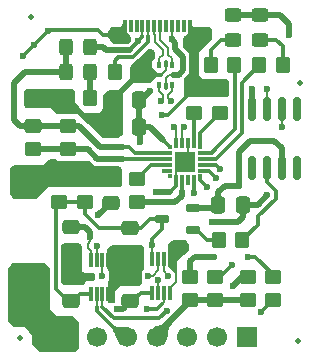
<source format=gbr>
%TF.GenerationSoftware,KiCad,Pcbnew,9.0.4*%
%TF.CreationDate,2025-09-03T14:58:50+05:30*%
%TF.ProjectId,usb-c serieal kicad,7573622d-6320-4736-9572-6965616c206b,rev?*%
%TF.SameCoordinates,Original*%
%TF.FileFunction,Copper,L1,Top*%
%TF.FilePolarity,Positive*%
%FSLAX46Y46*%
G04 Gerber Fmt 4.6, Leading zero omitted, Abs format (unit mm)*
G04 Created by KiCad (PCBNEW 9.0.4) date 2025-09-03 14:58:50*
%MOMM*%
%LPD*%
G01*
G04 APERTURE LIST*
G04 Aperture macros list*
%AMRoundRect*
0 Rectangle with rounded corners*
0 $1 Rounding radius*
0 $2 $3 $4 $5 $6 $7 $8 $9 X,Y pos of 4 corners*
0 Add a 4 corners polygon primitive as box body*
4,1,4,$2,$3,$4,$5,$6,$7,$8,$9,$2,$3,0*
0 Add four circle primitives for the rounded corners*
1,1,$1+$1,$2,$3*
1,1,$1+$1,$4,$5*
1,1,$1+$1,$6,$7*
1,1,$1+$1,$8,$9*
0 Add four rect primitives between the rounded corners*
20,1,$1+$1,$2,$3,$4,$5,0*
20,1,$1+$1,$4,$5,$6,$7,0*
20,1,$1+$1,$6,$7,$8,$9,0*
20,1,$1+$1,$8,$9,$2,$3,0*%
G04 Aperture macros list end*
%TA.AperFunction,Conductor*%
%ADD10C,0.200000*%
%TD*%
%TA.AperFunction,SMDPad,CuDef*%
%ADD11R,0.700000X1.150000*%
%TD*%
%TA.AperFunction,SMDPad,CuDef*%
%ADD12R,0.380000X1.000000*%
%TD*%
%TA.AperFunction,SMDPad,CuDef*%
%ADD13RoundRect,0.250000X0.450000X-0.325000X0.450000X0.325000X-0.450000X0.325000X-0.450000X-0.325000X0*%
%TD*%
%TA.AperFunction,SMDPad,CuDef*%
%ADD14RoundRect,0.250000X0.325000X0.450000X-0.325000X0.450000X-0.325000X-0.450000X0.325000X-0.450000X0*%
%TD*%
%TA.AperFunction,SMDPad,CuDef*%
%ADD15RoundRect,0.250000X-0.475000X0.337500X-0.475000X-0.337500X0.475000X-0.337500X0.475000X0.337500X0*%
%TD*%
%TA.AperFunction,SMDPad,CuDef*%
%ADD16RoundRect,0.250000X-0.450000X0.350000X-0.450000X-0.350000X0.450000X-0.350000X0.450000X0.350000X0*%
%TD*%
%TA.AperFunction,SMDPad,CuDef*%
%ADD17RoundRect,0.250000X0.475000X-0.337500X0.475000X0.337500X-0.475000X0.337500X-0.475000X-0.337500X0*%
%TD*%
%TA.AperFunction,SMDPad,CuDef*%
%ADD18C,0.500000*%
%TD*%
%TA.AperFunction,SMDPad,CuDef*%
%ADD19RoundRect,0.087500X0.087500X-0.537500X0.087500X0.537500X-0.087500X0.537500X-0.087500X-0.537500X0*%
%TD*%
%TA.AperFunction,SMDPad,CuDef*%
%ADD20RoundRect,0.250000X0.450000X-0.350000X0.450000X0.350000X-0.450000X0.350000X-0.450000X-0.350000X0*%
%TD*%
%TA.AperFunction,SMDPad,CuDef*%
%ADD21RoundRect,0.250000X-0.350000X-0.450000X0.350000X-0.450000X0.350000X0.450000X-0.350000X0.450000X0*%
%TD*%
%TA.AperFunction,SMDPad,CuDef*%
%ADD22RoundRect,0.250000X0.337500X0.475000X-0.337500X0.475000X-0.337500X-0.475000X0.337500X-0.475000X0*%
%TD*%
%TA.AperFunction,ComponentPad*%
%ADD23R,1.700000X1.700000*%
%TD*%
%TA.AperFunction,ComponentPad*%
%ADD24C,1.700000*%
%TD*%
%TA.AperFunction,SMDPad,CuDef*%
%ADD25RoundRect,0.250000X0.350000X0.450000X-0.350000X0.450000X-0.350000X-0.450000X0.350000X-0.450000X0*%
%TD*%
%TA.AperFunction,SMDPad,CuDef*%
%ADD26RoundRect,0.150000X-0.150000X0.825000X-0.150000X-0.825000X0.150000X-0.825000X0.150000X0.825000X0*%
%TD*%
%TA.AperFunction,SMDPad,CuDef*%
%ADD27RoundRect,0.250000X-0.337500X-0.475000X0.337500X-0.475000X0.337500X0.475000X-0.337500X0.475000X0*%
%TD*%
%TA.AperFunction,SMDPad,CuDef*%
%ADD28RoundRect,0.093750X-0.093750X0.156250X-0.093750X-0.156250X0.093750X-0.156250X0.093750X0.156250X0*%
%TD*%
%TA.AperFunction,SMDPad,CuDef*%
%ADD29RoundRect,0.075000X-0.075000X0.250000X-0.075000X-0.250000X0.075000X-0.250000X0.075000X0.250000X0*%
%TD*%
%TA.AperFunction,SMDPad,CuDef*%
%ADD30RoundRect,0.162500X0.447500X0.162500X-0.447500X0.162500X-0.447500X-0.162500X0.447500X-0.162500X0*%
%TD*%
%TA.AperFunction,SMDPad,CuDef*%
%ADD31R,0.300000X0.300000*%
%TD*%
%TA.AperFunction,SMDPad,CuDef*%
%ADD32R,0.300000X0.900000*%
%TD*%
%TA.AperFunction,SMDPad,CuDef*%
%ADD33R,0.900000X0.300000*%
%TD*%
%TA.AperFunction,SMDPad,CuDef*%
%ADD34R,1.800000X1.800000*%
%TD*%
%TA.AperFunction,ViaPad*%
%ADD35C,0.600000*%
%TD*%
%TA.AperFunction,Conductor*%
%ADD36C,0.500000*%
%TD*%
%TA.AperFunction,Conductor*%
%ADD37C,0.300000*%
%TD*%
G04 APERTURE END LIST*
D10*
%TO.N,GND*%
X136000000Y-139700000D02*
X136000000Y-140100000D01*
X135009664Y-141090336D01*
X135009664Y-142090336D01*
X135000000Y-142100000D01*
X134400000Y-141500000D01*
X134381040Y-141500000D01*
X134381040Y-139718960D01*
X134700000Y-139400000D01*
X135700000Y-139400000D01*
X136000000Y-139700000D01*
%TA.AperFunction,Conductor*%
G36*
X136000000Y-139700000D02*
G01*
X136000000Y-140100000D01*
X135009664Y-141090336D01*
X135009664Y-142090336D01*
X135000000Y-142100000D01*
X134400000Y-141500000D01*
X134381040Y-141500000D01*
X134381040Y-139718960D01*
X134700000Y-139400000D01*
X135700000Y-139400000D01*
X136000000Y-139700000D01*
G37*
%TD.AperFunction*%
X133100000Y-123400000D02*
X133100000Y-123900000D01*
X132900000Y-124100000D01*
X132900000Y-124700000D01*
X133400000Y-125200000D01*
X133400000Y-125300000D01*
X132786246Y-125913754D01*
X131313754Y-125913754D01*
X131200000Y-125800000D01*
X131200000Y-124667658D01*
X132667658Y-123200000D01*
X132900000Y-123200000D01*
X133100000Y-123400000D01*
%TA.AperFunction,Conductor*%
G36*
X133100000Y-123400000D02*
G01*
X133100000Y-123900000D01*
X132900000Y-124100000D01*
X132900000Y-124700000D01*
X133400000Y-125200000D01*
X133400000Y-125300000D01*
X132786246Y-125913754D01*
X131313754Y-125913754D01*
X131200000Y-125800000D01*
X131200000Y-124667658D01*
X132667658Y-123200000D01*
X132900000Y-123200000D01*
X133100000Y-123400000D01*
G37*
%TD.AperFunction*%
X132200000Y-140000000D02*
X132200000Y-141000000D01*
X132200000Y-141700000D01*
X132000000Y-141900000D01*
X132000000Y-142900000D01*
X131800000Y-143100000D01*
X130200000Y-143100000D01*
X129700000Y-143600000D01*
X129700000Y-144500000D01*
X129300000Y-144500000D01*
X129294400Y-144500000D01*
X129292307Y-142828591D01*
X129400000Y-142700000D01*
X129400000Y-142000000D01*
X129190891Y-141690891D01*
X129190891Y-140148554D01*
X129539445Y-139800000D01*
X132000000Y-139800000D01*
X132200000Y-140000000D01*
%TA.AperFunction,Conductor*%
G36*
X132200000Y-140000000D02*
G01*
X132200000Y-141000000D01*
X132200000Y-141700000D01*
X132000000Y-141900000D01*
X132000000Y-142900000D01*
X131800000Y-143100000D01*
X130200000Y-143100000D01*
X129700000Y-143600000D01*
X129700000Y-144500000D01*
X129300000Y-144500000D01*
X129294400Y-144500000D01*
X129292307Y-142828591D01*
X129400000Y-142700000D01*
X129400000Y-142000000D01*
X129190891Y-141690891D01*
X129190891Y-140148554D01*
X129539445Y-139800000D01*
X132000000Y-139800000D01*
X132200000Y-140000000D01*
G37*
%TD.AperFunction*%
X127154054Y-142161452D02*
X127924203Y-142161452D01*
X128012102Y-142249351D01*
X128012102Y-142609930D01*
X127914597Y-142707435D01*
X127392565Y-142707435D01*
X127100000Y-143000000D01*
X126700000Y-143000000D01*
X126700000Y-141882413D01*
X126875015Y-141882413D01*
X127154054Y-142161452D01*
%TA.AperFunction,Conductor*%
G36*
X127154054Y-142161452D02*
G01*
X127924203Y-142161452D01*
X128012102Y-142249351D01*
X128012102Y-142609930D01*
X127914597Y-142707435D01*
X127392565Y-142707435D01*
X127100000Y-143000000D01*
X126700000Y-143000000D01*
X126700000Y-141882413D01*
X126875015Y-141882413D01*
X127154054Y-142161452D01*
G37*
%TD.AperFunction*%
X136200000Y-121100000D02*
X136450000Y-121350000D01*
X137780000Y-121350000D01*
X137900000Y-121500000D01*
X137900000Y-122300000D01*
X136800000Y-123400000D01*
X136800000Y-125395168D01*
X137180049Y-125775217D01*
X139275217Y-125775217D01*
X139400000Y-125900000D01*
X139400000Y-127000000D01*
X139300000Y-127100000D01*
X135800000Y-127100000D01*
X135754275Y-127100000D01*
X135754275Y-125645725D01*
X136200000Y-125200000D01*
X136200000Y-123443742D01*
X135677942Y-122921684D01*
X135677942Y-122222058D01*
X136042130Y-121857870D01*
X136042130Y-120700000D01*
X136200000Y-120700000D01*
X136200000Y-121100000D01*
%TA.AperFunction,Conductor*%
G36*
X136200000Y-121100000D02*
G01*
X136450000Y-121350000D01*
X137780000Y-121350000D01*
X137900000Y-121500000D01*
X137900000Y-122300000D01*
X136800000Y-123400000D01*
X136800000Y-125395168D01*
X137180049Y-125775217D01*
X139275217Y-125775217D01*
X139400000Y-125900000D01*
X139400000Y-127000000D01*
X139300000Y-127100000D01*
X135800000Y-127100000D01*
X135754275Y-127100000D01*
X135754275Y-125645725D01*
X136200000Y-125200000D01*
X136200000Y-123443742D01*
X135677942Y-122921684D01*
X135677942Y-122222058D01*
X136042130Y-121857870D01*
X136042130Y-120700000D01*
X136200000Y-120700000D01*
X136200000Y-121100000D01*
G37*
%TD.AperFunction*%
X126300000Y-126700000D02*
X126300000Y-127700000D01*
X127200000Y-128600000D01*
X128500000Y-128600000D01*
X128900000Y-128200000D01*
X128900000Y-127100000D01*
X129300000Y-126700000D01*
X130400000Y-126700000D01*
X130400000Y-130300000D01*
X130100000Y-130600000D01*
X128800000Y-130600000D01*
X126700000Y-128500000D01*
X124900000Y-128500000D01*
X124402684Y-128002684D01*
X122284303Y-128002684D01*
X122155596Y-127873977D01*
X122155596Y-126744404D01*
X122300000Y-126600000D01*
X126200000Y-126600000D01*
X126300000Y-126700000D01*
%TA.AperFunction,Conductor*%
G36*
X126300000Y-126700000D02*
G01*
X126300000Y-127700000D01*
X127200000Y-128600000D01*
X128500000Y-128600000D01*
X128900000Y-128200000D01*
X128900000Y-127100000D01*
X129300000Y-126700000D01*
X130400000Y-126700000D01*
X130400000Y-130300000D01*
X130100000Y-130600000D01*
X128800000Y-130600000D01*
X126700000Y-128500000D01*
X124900000Y-128500000D01*
X124402684Y-128002684D01*
X122284303Y-128002684D01*
X122155596Y-127873977D01*
X122155596Y-126744404D01*
X122300000Y-126600000D01*
X126200000Y-126600000D01*
X126300000Y-126700000D01*
G37*
%TD.AperFunction*%
X130723543Y-121789466D02*
X130893060Y-121958983D01*
X130893059Y-121958983D01*
X131115242Y-122181166D01*
X131115242Y-122395537D01*
X130948862Y-122561917D01*
X129752830Y-122561917D01*
X129111340Y-121920427D01*
X129548823Y-121300000D01*
X130300000Y-121300000D01*
X130600000Y-121000000D01*
X130600000Y-120728618D01*
X130723543Y-120728618D01*
X130723543Y-121789466D01*
%TA.AperFunction,Conductor*%
G36*
X130723543Y-121789466D02*
G01*
X130893060Y-121958983D01*
X130893059Y-121958983D01*
X131115242Y-122181166D01*
X131115242Y-122395537D01*
X130948862Y-122561917D01*
X129752830Y-122561917D01*
X129111340Y-121920427D01*
X129548823Y-121300000D01*
X130300000Y-121300000D01*
X130600000Y-121000000D01*
X130600000Y-120728618D01*
X130723543Y-120728618D01*
X130723543Y-121789466D01*
G37*
%TD.AperFunction*%
X126900000Y-139800000D02*
X126900000Y-141400000D01*
X126900000Y-142800000D01*
X126700000Y-143000000D01*
X125500000Y-143000000D01*
X125300000Y-142800000D01*
X125300000Y-141000000D01*
X125300000Y-139800000D01*
X125500000Y-139600000D01*
X126700000Y-139600000D01*
X126900000Y-139800000D01*
%TA.AperFunction,Conductor*%
G36*
X126900000Y-139800000D02*
G01*
X126900000Y-141400000D01*
X126900000Y-142800000D01*
X126700000Y-143000000D01*
X125500000Y-143000000D01*
X125300000Y-142800000D01*
X125300000Y-141000000D01*
X125300000Y-139800000D01*
X125500000Y-139600000D01*
X126700000Y-139600000D01*
X126900000Y-139800000D01*
G37*
%TD.AperFunction*%
X124200000Y-141707063D02*
X124200000Y-145200000D01*
X124800000Y-145800000D01*
X126200000Y-145800000D01*
X126700000Y-146300000D01*
X126700000Y-148300000D01*
X126700000Y-148400000D01*
X126400000Y-148700000D01*
X123500000Y-148700000D01*
X122900000Y-148100000D01*
X122900000Y-147300000D01*
X122200000Y-146600000D01*
X121300000Y-146600000D01*
X120800000Y-146100000D01*
X120800000Y-141700000D01*
X121200000Y-141300000D01*
X123792937Y-141300000D01*
X124200000Y-141707063D01*
%TA.AperFunction,Conductor*%
G36*
X124200000Y-141707063D02*
G01*
X124200000Y-145200000D01*
X124800000Y-145800000D01*
X126200000Y-145800000D01*
X126700000Y-146300000D01*
X126700000Y-148300000D01*
X126700000Y-148400000D01*
X126400000Y-148700000D01*
X123500000Y-148700000D01*
X122900000Y-148100000D01*
X122900000Y-147300000D01*
X122200000Y-146600000D01*
X121300000Y-146600000D01*
X120800000Y-146100000D01*
X120800000Y-141700000D01*
X121200000Y-141300000D01*
X123792937Y-141300000D01*
X124200000Y-141707063D01*
G37*
%TD.AperFunction*%
X124900000Y-132700000D02*
X126700000Y-132700000D01*
X127600000Y-132700000D01*
X128000000Y-133100000D01*
X130100000Y-133100000D01*
X130300000Y-133300000D01*
X130300000Y-134600000D01*
X130200000Y-134700000D01*
X124100000Y-134700000D01*
X123100000Y-135700000D01*
X121300000Y-135700000D01*
X121000000Y-135400000D01*
X121000000Y-133400000D01*
X121000000Y-133300000D01*
X121300000Y-133000000D01*
X123800000Y-133000000D01*
X124300000Y-132500000D01*
X124700000Y-132500000D01*
X124900000Y-132700000D01*
%TA.AperFunction,Conductor*%
G36*
X124900000Y-132700000D02*
G01*
X126700000Y-132700000D01*
X127600000Y-132700000D01*
X128000000Y-133100000D01*
X130100000Y-133100000D01*
X130300000Y-133300000D01*
X130300000Y-134600000D01*
X130200000Y-134700000D01*
X124100000Y-134700000D01*
X123100000Y-135700000D01*
X121300000Y-135700000D01*
X121000000Y-135400000D01*
X121000000Y-133400000D01*
X121000000Y-133300000D01*
X121300000Y-133000000D01*
X123800000Y-133000000D01*
X124300000Y-132500000D01*
X124700000Y-132500000D01*
X124900000Y-132700000D01*
G37*
%TD.AperFunction*%
%TD*%
D11*
%TO.P,P1,S1,SHIELD*%
%TO.N,GND*%
X129967868Y-121967868D03*
D12*
%TO.P,P1,A12,GND*%
X136137868Y-121127868D03*
%TO.P,P1,A11,RX2+*%
%TO.N,unconnected-(P1-RX2+-PadA11)*%
X135637868Y-121127868D03*
%TO.P,P1,A10,RX2-*%
%TO.N,unconnected-(P1-RX2--PadA10)*%
X135137868Y-121127868D03*
%TO.P,P1,A9,VBUS*%
%TO.N,Net-(U1-VBUS)*%
X134637868Y-121127868D03*
%TO.P,P1,A8,SBU1*%
%TO.N,unconnected-(P1-SBU1-PadA8)*%
X134137868Y-121127868D03*
%TO.P,P1,A7,D-*%
%TO.N,/DM-*%
X133637868Y-121127868D03*
%TO.P,P1,A6,D+*%
%TO.N,/DP+*%
X133137868Y-121127868D03*
%TO.P,P1,A5,CC*%
%TO.N,Net-(P1-CC)*%
X132637868Y-121127868D03*
%TO.P,P1,A4,VBUS*%
%TO.N,Net-(U1-VBUS)*%
X132137868Y-121127868D03*
%TO.P,P1,A3,TX1-*%
%TO.N,unconnected-(P1-TX1--PadA3)*%
X131637868Y-121127868D03*
%TO.P,P1,A2,TX1+*%
%TO.N,unconnected-(P1-TX1+-PadA2)*%
X131137868Y-121127868D03*
%TO.P,P1,A1,GND*%
%TO.N,GND*%
X130637868Y-121127868D03*
%TD*%
D13*
%TO.P,LED2,1,K*%
%TO.N,Net-(LED2-K)*%
X139800000Y-122325000D03*
%TO.P,LED2,2,A*%
%TO.N,+3.3V*%
X139800000Y-120275000D03*
%TD*%
D14*
%TO.P,LED1,1,K*%
%TO.N,Net-(LED1-K)*%
X127725000Y-125100000D03*
%TO.P,LED1,2,A*%
%TO.N,+5V_USB*%
X125675000Y-125100000D03*
%TD*%
D15*
%TO.P,C2,1*%
%TO.N,+3.3V*%
X126100000Y-138162500D03*
%TO.P,C2,2*%
%TO.N,GND*%
X126100000Y-140237500D03*
%TD*%
D16*
%TO.P,R13,1*%
%TO.N,Net-(U5-VBUS)*%
X122900000Y-131600000D03*
%TO.P,R13,2*%
%TO.N,GND*%
X122900000Y-133600000D03*
%TD*%
D17*
%TO.P,C7,1*%
%TO.N,+5V_USB*%
X129500000Y-136165000D03*
%TO.P,C7,2*%
%TO.N,GND*%
X129500000Y-134090000D03*
%TD*%
D18*
%TO.P,FID3,*%
%TO.N,*%
X121800000Y-147600000D03*
%TD*%
D19*
%TO.P,U4,1,VCCA*%
%TO.N,+3.3V*%
X132950000Y-143730000D03*
%TO.P,U4,2,A1*%
%TO.N,/RX_3V3*%
X133450000Y-143730000D03*
%TO.P,U4,3,A2*%
%TO.N,/CTS_3V3*%
X133950000Y-143730000D03*
%TO.P,U4,4,GND*%
%TO.N,GND*%
X134450000Y-143730000D03*
%TO.P,U4,5,DIR*%
X134450000Y-140930000D03*
%TO.P,U4,6,B2*%
%TO.N,/CTS*%
X133950000Y-140930000D03*
%TO.P,U4,7,B1*%
%TO.N,/RX*%
X133450000Y-140930000D03*
%TO.P,U4,8,VCCB*%
%TO.N,Net-(T1-C)*%
X132950000Y-140930000D03*
%TD*%
D20*
%TO.P,R2,1*%
%TO.N,Net-(T1-C)*%
X143200000Y-144400000D03*
%TO.P,R2,2*%
%TO.N,Net-(U2-+IN)*%
X143200000Y-142400000D03*
%TD*%
%TO.P,R12,1*%
%TO.N,Net-(U5-VBUS)*%
X125800000Y-131600000D03*
%TO.P,R12,2*%
%TO.N,+5V_USB*%
X125800000Y-129600000D03*
%TD*%
D13*
%TO.P,LED3,1,K*%
%TO.N,Net-(LED3-K)*%
X142100000Y-122325000D03*
%TO.P,LED3,2,A*%
%TO.N,+3.3V*%
X142100000Y-120275000D03*
%TD*%
D21*
%TO.P,R10,1*%
%TO.N,Net-(LED2-K)*%
X137900000Y-124500000D03*
%TO.P,R10,2*%
%TO.N,/TX_LED*%
X139900000Y-124500000D03*
%TD*%
D22*
%TO.P,C8,1*%
%TO.N,+3.3V*%
X131837500Y-127400000D03*
%TO.P,C8,2*%
%TO.N,GND*%
X129762500Y-127400000D03*
%TD*%
D18*
%TO.P,FID4,*%
%TO.N,*%
X145300000Y-147800000D03*
%TD*%
D23*
%TO.P,J1,1*%
%TO.N,+5V_USB*%
X141012868Y-147500000D03*
D24*
%TO.P,J1,2*%
%TO.N,/CTS*%
X138472868Y-147500000D03*
%TO.P,J1,3*%
%TO.N,/RTS*%
X135932868Y-147500000D03*
%TO.P,J1,4*%
%TO.N,/VREF*%
X133392868Y-147500000D03*
%TO.P,J1,5*%
%TO.N,/TX*%
X130852868Y-147500000D03*
%TO.P,J1,6*%
%TO.N,/RX*%
X128312868Y-147500000D03*
%TO.P,J1,7*%
%TO.N,GND*%
X125772868Y-147500000D03*
%TD*%
D17*
%TO.P,C4,1*%
%TO.N,+3.3V*%
X131100000Y-144452500D03*
%TO.P,C4,2*%
%TO.N,GND*%
X131100000Y-142377500D03*
%TD*%
D20*
%TO.P,R16,1*%
%TO.N,Net-(U5-RS485{slash}GPIO1)*%
X138700000Y-128500000D03*
%TO.P,R16,2*%
%TO.N,GND*%
X138700000Y-126500000D03*
%TD*%
%TO.P,R15,1*%
%TO.N,Net-(U5-CLK{slash}GPIO0)*%
X136500000Y-128500000D03*
%TO.P,R15,2*%
%TO.N,GND*%
X136500000Y-126500000D03*
%TD*%
D17*
%TO.P,C6,1*%
%TO.N,+5V_USB*%
X122900000Y-129600000D03*
%TO.P,C6,2*%
%TO.N,GND*%
X122900000Y-127512500D03*
%TD*%
D14*
%TO.P,L1,1,1*%
%TO.N,Net-(U1-VBUS)*%
X127725000Y-122902531D03*
%TO.P,L1,2,2*%
%TO.N,+5V_USB*%
X125675000Y-122902531D03*
%TD*%
D16*
%TO.P,R14,1*%
%TO.N,Net-(U5-~{RST})*%
X131700000Y-134097500D03*
%TO.P,R14,2*%
%TO.N,+3.3V*%
X131700000Y-136097500D03*
%TD*%
D25*
%TO.P,R3,1*%
%TO.N,Net-(U2-VOUT)*%
X140600000Y-139300000D03*
%TO.P,R3,2*%
%TO.N,Net-(T1-B)*%
X138600000Y-139300000D03*
%TD*%
D26*
%TO.P,U2,1,nc*%
%TO.N,unconnected-(U2-nc-Pad1)*%
X145205000Y-128225000D03*
%TO.P,U2,2,-IN*%
%TO.N,Net-(U2--IN)*%
X143935000Y-128225000D03*
%TO.P,U2,3,+IN*%
%TO.N,Net-(U2-+IN)*%
X142665000Y-128225000D03*
%TO.P,U2,4,GND*%
%TO.N,GND*%
X141395000Y-128225000D03*
%TO.P,U2,5,nc*%
%TO.N,unconnected-(U2-nc-Pad5)*%
X141395000Y-133175000D03*
%TO.P,U2,6,VOUT*%
%TO.N,Net-(U2-VOUT)*%
X142665000Y-133175000D03*
%TO.P,U2,7,V+*%
%TO.N,+5V_USB*%
X143935000Y-133175000D03*
%TO.P,U2,8,nc*%
%TO.N,unconnected-(U2-nc-Pad8)*%
X145205000Y-133175000D03*
%TD*%
D20*
%TO.P,R5,1*%
%TO.N,/VREF*%
X141100000Y-144400000D03*
%TO.P,R5,2*%
%TO.N,+3.3V*%
X141100000Y-142400000D03*
%TD*%
D22*
%TO.P,C9,1*%
%TO.N,+3.3V*%
X131837500Y-129700000D03*
%TO.P,C9,2*%
%TO.N,GND*%
X129762500Y-129700000D03*
%TD*%
D20*
%TO.P,R8,1*%
%TO.N,Net-(T1-C)*%
X127300000Y-136097500D03*
%TO.P,R8,2*%
%TO.N,GND*%
X127300000Y-134097500D03*
%TD*%
D15*
%TO.P,C5,1*%
%TO.N,Net-(T1-C)*%
X131100000Y-138262500D03*
%TO.P,C5,2*%
%TO.N,GND*%
X131100000Y-140337500D03*
%TD*%
D18*
%TO.P,FID2,*%
%TO.N,*%
X145500000Y-126000000D03*
%TD*%
D19*
%TO.P,U3,1,VCCA*%
%TO.N,Net-(T1-C)*%
X127750000Y-143815000D03*
%TO.P,U3,2,A1*%
%TO.N,/TX*%
X128250000Y-143815000D03*
%TO.P,U3,3,A2*%
%TO.N,/RTS*%
X128750000Y-143815000D03*
%TO.P,U3,4,GND*%
%TO.N,GND*%
X129250000Y-143815000D03*
%TO.P,U3,5,DIR*%
X129250000Y-141015000D03*
%TO.P,U3,6,B2*%
%TO.N,/RTS_3V3*%
X128750000Y-141015000D03*
%TO.P,U3,7,B1*%
%TO.N,/TX_3V3*%
X128250000Y-141015000D03*
%TO.P,U3,8,VCCB*%
%TO.N,+3.3V*%
X127750000Y-141015000D03*
%TD*%
D27*
%TO.P,C1,1*%
%TO.N,+5V_USB*%
X138562500Y-136300000D03*
%TO.P,C1,2*%
%TO.N,GND*%
X140637500Y-136300000D03*
%TD*%
D28*
%TO.P,U1,1,I/O1*%
%TO.N,/DM-*%
X134637500Y-124450000D03*
D29*
%TO.P,U1,2,GND*%
%TO.N,GND*%
X134100000Y-124375000D03*
D28*
%TO.P,U1,3,I/O2*%
%TO.N,/DP+*%
X133562500Y-124450000D03*
%TO.P,U1,4,I/O2*%
%TO.N,/D+*%
X133562500Y-126150000D03*
D29*
%TO.P,U1,5,VBUS*%
%TO.N,Net-(U1-VBUS)*%
X134100000Y-126225000D03*
D28*
%TO.P,U1,6,I/O1*%
%TO.N,/D-*%
X134637500Y-126150000D03*
%TD*%
D25*
%TO.P,R11,1*%
%TO.N,Net-(LED3-K)*%
X144000000Y-124500000D03*
%TO.P,R11,2*%
%TO.N,/RX_LED*%
X142000000Y-124500000D03*
%TD*%
D20*
%TO.P,R7,1*%
%TO.N,/VREF*%
X136200000Y-144400000D03*
%TO.P,R7,2*%
%TO.N,+5V_USB*%
X136200000Y-142400000D03*
%TD*%
%TO.P,R4,1*%
%TO.N,/VREF*%
X138300000Y-144400000D03*
%TO.P,R4,2*%
%TO.N,Net-(U2--IN)*%
X138300000Y-142400000D03*
%TD*%
%TO.P,R6,1*%
%TO.N,Net-(T1-C)*%
X125100000Y-136097500D03*
%TO.P,R6,2*%
%TO.N,GND*%
X125100000Y-134097500D03*
%TD*%
D18*
%TO.P,FID1,*%
%TO.N,*%
X122700000Y-120400000D03*
%TD*%
D30*
%TO.P,T1,1,B*%
%TO.N,Net-(T1-B)*%
X136410000Y-138450000D03*
%TO.P,T1,2,E*%
%TO.N,+5V_USB*%
X136410000Y-136550000D03*
%TO.P,T1,3,C*%
%TO.N,Net-(T1-C)*%
X133790000Y-137500000D03*
%TD*%
D17*
%TO.P,C3,1*%
%TO.N,Net-(T1-C)*%
X126100000Y-144437500D03*
%TO.P,C3,2*%
%TO.N,GND*%
X126100000Y-142362500D03*
%TD*%
D25*
%TO.P,R9,1*%
%TO.N,Net-(LED1-K)*%
X127700000Y-127300000D03*
%TO.P,R9,2*%
%TO.N,GND*%
X125700000Y-127300000D03*
%TD*%
D31*
%TO.P,U5,1,RS485/GPIO1*%
%TO.N,Net-(U5-RS485{slash}GPIO1)*%
X137000000Y-131400000D03*
D32*
%TO.P,U5,2,CLK/GPIO0*%
%TO.N,Net-(U5-CLK{slash}GPIO0)*%
X136500000Y-131100000D03*
%TO.P,U5,3,GND*%
%TO.N,GND*%
X136000000Y-131100000D03*
%TO.P,U5,4,D+*%
%TO.N,/D+*%
X135500000Y-131100000D03*
%TO.P,U5,5,D-*%
%TO.N,/D-*%
X135000000Y-131100000D03*
D31*
%TO.P,U5,6,VDD*%
%TO.N,+3.3V*%
X134500000Y-131400000D03*
D33*
%TO.P,U5,7,VREGIN*%
%TO.N,+5V_USB*%
X134200000Y-131900000D03*
%TO.P,U5,8,VBUS*%
%TO.N,Net-(U5-VBUS)*%
X134200000Y-132400000D03*
%TO.P,U5,9,~{RST}*%
%TO.N,Net-(U5-~{RST})*%
X134200000Y-132900000D03*
%TO.P,U5,10,NC*%
%TO.N,unconnected-(U5-NC-Pad10)*%
X134200000Y-133400000D03*
D31*
%TO.P,U5,11,~{SUSPEND}*%
%TO.N,unconnected-(U5-~{SUSPEND}-Pad11)*%
X134500000Y-133900000D03*
D32*
%TO.P,U5,12,GND*%
%TO.N,GND*%
X135000000Y-134200000D03*
%TO.P,U5,13,~{WAKEUP}*%
%TO.N,+3.3V*%
X135500000Y-134200000D03*
%TO.P,U5,14,SUSPEND*%
%TO.N,unconnected-(U5-SUSPEND-Pad14)*%
X136000000Y-134200000D03*
%TO.P,U5,15,~{CTS}*%
%TO.N,/CTS_3V3*%
X136500000Y-134200000D03*
D31*
%TO.P,U5,16,~{RTS}*%
%TO.N,/RTS_3V3*%
X137000000Y-133900000D03*
D33*
%TO.P,U5,17,RXD*%
%TO.N,/RX_3V3*%
X137300000Y-133400000D03*
%TO.P,U5,18,TXD*%
%TO.N,/TX_3V3*%
X137300000Y-132900000D03*
%TO.P,U5,19,~{RXT}/GPIO3*%
%TO.N,/RX_LED*%
X137300000Y-132400000D03*
%TO.P,U5,20,~{TXT}/GPIO2*%
%TO.N,/TX_LED*%
X137300000Y-131900000D03*
D34*
%TO.P,U5,21,GND*%
%TO.N,GND*%
X135750000Y-132650000D03*
%TD*%
D25*
%TO.P,R1,1*%
%TO.N,GND*%
X131800000Y-125100000D03*
%TO.P,R1,2*%
%TO.N,Net-(P1-CC)*%
X129800000Y-125100000D03*
%TD*%
D35*
%TO.N,+5V_USB*%
X138200000Y-140700000D03*
X140300000Y-134700000D03*
X128400000Y-137200000D03*
X124300000Y-129600000D03*
%TO.N,GND*%
X123400000Y-146200000D03*
X133300000Y-135200000D03*
X128300000Y-129200000D03*
X127200000Y-132900000D03*
X130900000Y-122300000D03*
X123700000Y-144600000D03*
X122950000Y-122750000D03*
X135900000Y-122500000D03*
X130200000Y-141400000D03*
X124500000Y-132900000D03*
X135400000Y-139800000D03*
X138000000Y-137800000D03*
X124150000Y-121550000D03*
X142700000Y-135500000D03*
X127800000Y-142500000D03*
X124400000Y-127400000D03*
X122900000Y-135000000D03*
X141400000Y-126500000D03*
X122000000Y-123700000D03*
X126100000Y-141300000D03*
X136500000Y-125100000D03*
X132700000Y-123600000D03*
X133800000Y-128700000D03*
%TO.N,+3.3V*%
X144500000Y-121900000D03*
X139800000Y-143200000D03*
X133100000Y-136100000D03*
X131900000Y-131000000D03*
X132753903Y-126695167D03*
X130000000Y-145100000D03*
X127700000Y-139000000D03*
%TO.N,Net-(T1-C)*%
X142200000Y-145400000D03*
X132942007Y-139700000D03*
%TO.N,/CTS*%
X134300000Y-142300000D03*
%TO.N,/RX*%
X132600000Y-142300000D03*
%TO.N,/RTS*%
X134200000Y-145300000D03*
%TO.N,Net-(U1-VBUS)*%
X131771019Y-122471019D03*
X134637868Y-122300000D03*
%TO.N,/D-*%
X134825000Y-129752617D03*
X134525000Y-127500000D03*
%TO.N,/D+*%
X133675000Y-127500000D03*
X135675000Y-129752617D03*
%TO.N,Net-(U2-+IN)*%
X142700000Y-126500000D03*
X141100000Y-140700000D03*
%TO.N,Net-(U2--IN)*%
X143933178Y-129700000D03*
X139700000Y-141400000D03*
%TO.N,/TX_3V3*%
X128250000Y-139800000D03*
X138710037Y-133262520D03*
%TO.N,/RTS_3V3*%
X128735130Y-142302045D03*
X137600000Y-134800000D03*
%TO.N,/CTS_3V3*%
X132500000Y-145100000D03*
X136500000Y-135300000D03*
%TO.N,/RX_3V3*%
X133450227Y-142700000D03*
X138400000Y-134000000D03*
%TD*%
D36*
%TO.N,+5V_USB*%
X129500000Y-136165000D02*
X129435000Y-136165000D01*
X143935000Y-131535000D02*
X143935000Y-133175000D01*
D37*
X130983643Y-131400000D02*
X131483643Y-131900000D01*
D36*
X126744516Y-129600000D02*
X124300000Y-129600000D01*
X138200000Y-140700000D02*
X136600000Y-140700000D01*
X138312500Y-136550000D02*
X138562500Y-136300000D01*
X143300000Y-130900000D02*
X143935000Y-131535000D01*
X124300000Y-129600000D02*
X122912500Y-129600000D01*
X121800000Y-129600000D02*
X121300000Y-129100000D01*
X138562500Y-135237500D02*
X138562500Y-136300000D01*
X128544516Y-131400000D02*
X126744516Y-129600000D01*
X121300000Y-126000000D02*
X122200000Y-125100000D01*
X140300000Y-134700000D02*
X140300000Y-131820074D01*
X140300000Y-131820074D02*
X141220074Y-130900000D01*
X122912500Y-129600000D02*
X122900000Y-129587500D01*
X136600000Y-140700000D02*
X136200000Y-141100000D01*
X136200000Y-141100000D02*
X136200000Y-142400000D01*
D37*
X131483643Y-131900000D02*
X134200000Y-131900000D01*
D36*
X122200000Y-125100000D02*
X125675000Y-125100000D01*
X125675000Y-125100000D02*
X125675000Y-122902531D01*
D37*
X130500000Y-131400000D02*
X130983643Y-131400000D01*
D36*
X139100000Y-134700000D02*
X138562500Y-135237500D01*
X141220074Y-130900000D02*
X143300000Y-130900000D01*
X130500000Y-131400000D02*
X128544516Y-131400000D01*
X121300000Y-129100000D02*
X121300000Y-126000000D01*
X140300000Y-134700000D02*
X139100000Y-134700000D01*
X124300000Y-129600000D02*
X121800000Y-129600000D01*
X129435000Y-136165000D02*
X128400000Y-137200000D01*
X136410000Y-136550000D02*
X138312500Y-136550000D01*
D37*
%TO.N,GND*%
X124164186Y-121535814D02*
X124150000Y-121550000D01*
D10*
X134450000Y-143730000D02*
X134426000Y-143706000D01*
D36*
X141900000Y-136300000D02*
X140637500Y-136300000D01*
D10*
X134426000Y-143354049D02*
X134964807Y-142815242D01*
D37*
X128832017Y-121967868D02*
X128832017Y-121967831D01*
D36*
X129762500Y-127400000D02*
X129762500Y-129700000D01*
D37*
X133800000Y-128700000D02*
X134276207Y-128700000D01*
D36*
X129762500Y-127400000D02*
X129762500Y-127291030D01*
D37*
X134500000Y-135200000D02*
X135000000Y-134700000D01*
D10*
X134964807Y-141939404D02*
X134450000Y-141424597D01*
D37*
X133700000Y-125300000D02*
X133100000Y-125300000D01*
D36*
X129762500Y-127291030D02*
X131800000Y-125253530D01*
D37*
X134276207Y-128700000D02*
X136476207Y-126500000D01*
X122950000Y-122750000D02*
X122000000Y-123700000D01*
D36*
X132900000Y-125100000D02*
X131800000Y-125100000D01*
X142700000Y-135500000D02*
X141900000Y-136300000D01*
D10*
X130900000Y-122300000D02*
X130300000Y-122300000D01*
D36*
X133300000Y-135200000D02*
X134500000Y-135200000D01*
X129500000Y-134090000D02*
X123390000Y-134090000D01*
D10*
X135000000Y-134200000D02*
X135000000Y-133400000D01*
D37*
X135000000Y-134700000D02*
X135000000Y-134200000D01*
D10*
X134100000Y-124900000D02*
X133700000Y-125300000D01*
D36*
X141395000Y-126505000D02*
X141400000Y-126500000D01*
D10*
X135700000Y-122500000D02*
X136137868Y-122062132D01*
X136137868Y-122062132D02*
X136137868Y-121456499D01*
D36*
X131800000Y-125253530D02*
X131800000Y-125100000D01*
D37*
X129967868Y-121967868D02*
X128832017Y-121967868D01*
D36*
X140200000Y-137800000D02*
X138000000Y-137800000D01*
D10*
X134100000Y-124375000D02*
X134100000Y-124900000D01*
D36*
X140637500Y-137362500D02*
X140200000Y-137800000D01*
X141395000Y-128225000D02*
X141395000Y-126505000D01*
D37*
X128400000Y-121535814D02*
X128000000Y-121535814D01*
X128832017Y-121967831D02*
X128400000Y-121535814D01*
D10*
X136000000Y-132400000D02*
X135750000Y-132650000D01*
D36*
X133100000Y-125300000D02*
X132900000Y-125100000D01*
D37*
X124150000Y-121550000D02*
X122950000Y-122750000D01*
D10*
X134964807Y-142815242D02*
X134964807Y-141939404D01*
D36*
X140637500Y-136300000D02*
X140637500Y-137362500D01*
X123390000Y-134090000D02*
X122900000Y-133600000D01*
D10*
X130300000Y-122300000D02*
X129967868Y-121967868D01*
X136000000Y-131100000D02*
X136000000Y-132400000D01*
X134426000Y-143706000D02*
X134426000Y-143354049D01*
X134450000Y-141424597D02*
X134450000Y-140930000D01*
D37*
X136476207Y-126500000D02*
X136500000Y-126500000D01*
D10*
X135000000Y-133400000D02*
X135750000Y-132650000D01*
D37*
X128400000Y-121535814D02*
X124164186Y-121535814D01*
D36*
%TO.N,+3.3V*%
X127262500Y-138162500D02*
X126100000Y-138162500D01*
X135500000Y-135525929D02*
X134928429Y-136097500D01*
D37*
X131100000Y-144452500D02*
X131283001Y-144452500D01*
D36*
X131900000Y-131000000D02*
X131900000Y-129762500D01*
X130000000Y-145100000D02*
X130452500Y-145100000D01*
X134928429Y-136097500D02*
X131700000Y-136097500D01*
X130452500Y-145100000D02*
X131100000Y-144452500D01*
D37*
X135500000Y-134200000D02*
X135500000Y-135100000D01*
D36*
X143775000Y-120275000D02*
X144500000Y-121000000D01*
D10*
X127750000Y-140250000D02*
X127492379Y-139992379D01*
D36*
X135500000Y-135100000D02*
X135500000Y-135525929D01*
D10*
X127492379Y-139992379D02*
X127492379Y-139613568D01*
D36*
X131837500Y-127400000D02*
X132049070Y-127400000D01*
X132049070Y-127400000D02*
X132753903Y-126695167D01*
X132800000Y-129700000D02*
X133900000Y-130800000D01*
X140600000Y-142400000D02*
X141100000Y-142400000D01*
X127700000Y-139000000D02*
X127700000Y-138600000D01*
X127700000Y-138600000D02*
X127262500Y-138162500D01*
X131900000Y-129762500D02*
X131837500Y-129700000D01*
X144500000Y-121000000D02*
X144500000Y-121900000D01*
X142100000Y-120275000D02*
X143775000Y-120275000D01*
D10*
X127700000Y-139405947D02*
X127700000Y-139000000D01*
D36*
X139800000Y-143200000D02*
X140600000Y-142400000D01*
D37*
X131283001Y-144452500D02*
X132005501Y-143730000D01*
D10*
X127750000Y-141015000D02*
X127750000Y-140250000D01*
D36*
X139800000Y-120275000D02*
X142100000Y-120275000D01*
X131837500Y-129700000D02*
X132800000Y-129700000D01*
D10*
X127492379Y-139613568D02*
X127700000Y-139405947D01*
D37*
X133900000Y-130800000D02*
X134500000Y-131400000D01*
X132005501Y-143730000D02*
X132924000Y-143730000D01*
D36*
X131837500Y-129700000D02*
X131837500Y-127400000D01*
D37*
%TO.N,Net-(T1-C)*%
X128462500Y-138262500D02*
X127300000Y-137100000D01*
X132037500Y-138262500D02*
X131100000Y-138262500D01*
X126262500Y-144437500D02*
X126885000Y-143815000D01*
X131100000Y-138262500D02*
X128462500Y-138262500D01*
X126885000Y-143815000D02*
X127724000Y-143815000D01*
X133790000Y-137500000D02*
X133790000Y-138310000D01*
X132942007Y-139700000D02*
X132942007Y-139758364D01*
X126000000Y-144437500D02*
X126262500Y-144437500D01*
X132800000Y-137500000D02*
X132037500Y-138262500D01*
X133790000Y-137500000D02*
X132800000Y-137500000D01*
X127300000Y-136097500D02*
X125100000Y-136097500D01*
X132942007Y-139157993D02*
X132942007Y-139700000D01*
X125833596Y-144437500D02*
X124800000Y-143403904D01*
D10*
X132950000Y-139766357D02*
X132942007Y-139758364D01*
D37*
X124800000Y-136397500D02*
X125100000Y-136097500D01*
X127300000Y-137100000D02*
X127300000Y-136097500D01*
X126000000Y-144437500D02*
X125833596Y-144437500D01*
X124800000Y-143403904D02*
X124800000Y-136397500D01*
X142200000Y-145400000D02*
X143200000Y-144400000D01*
X133790000Y-138310000D02*
X132942007Y-139157993D01*
D10*
X132950000Y-140930000D02*
X132950000Y-139766357D01*
%TO.N,/CTS*%
X133950000Y-141950000D02*
X133950000Y-140930000D01*
X134300000Y-142300000D02*
X133950000Y-141950000D01*
D36*
%TO.N,/VREF*%
X136200000Y-144400000D02*
X136200000Y-144471654D01*
X133392868Y-147278786D02*
X133392868Y-147500000D01*
X136200000Y-144400000D02*
X140866667Y-144400000D01*
X136200000Y-144471654D02*
X133392868Y-147278786D01*
D10*
%TO.N,/RX*%
X133450000Y-140930000D02*
X133450000Y-141850000D01*
X133000000Y-142300000D02*
X132600000Y-142300000D01*
X133450000Y-141850000D02*
X133000000Y-142300000D01*
%TO.N,/RTS*%
X128750000Y-144950000D02*
X128750000Y-143815000D01*
D37*
X129723791Y-145923791D02*
X128750000Y-144950000D01*
X133576209Y-145923791D02*
X129723791Y-145923791D01*
X134200000Y-145300000D02*
X133576209Y-145923791D01*
D10*
%TO.N,/TX*%
X128250000Y-143815000D02*
X128250000Y-144950000D01*
D37*
X130493494Y-147500000D02*
X130800000Y-147500000D01*
X128250000Y-144950000D02*
X128250000Y-145256506D01*
D10*
X130800000Y-147500000D02*
X130852868Y-147500000D01*
D37*
X128250000Y-145256506D02*
X130493494Y-147500000D01*
D36*
%TO.N,Net-(U1-VBUS)*%
X135600000Y-124913010D02*
X135600000Y-123800000D01*
D37*
X132137868Y-122104169D02*
X132137868Y-121978868D01*
D36*
X134925625Y-123125625D02*
X134925625Y-122587757D01*
D10*
X134100000Y-125600000D02*
X134376209Y-125323791D01*
D36*
X129063697Y-123163697D02*
X131078340Y-123163697D01*
D10*
X134376209Y-125323791D02*
X134695166Y-125323791D01*
D37*
X131078340Y-123163697D02*
X131771019Y-122471019D01*
D36*
X135600000Y-123800000D02*
X134925625Y-123125625D01*
X135189219Y-125323791D02*
X135600000Y-124913010D01*
D10*
X134100000Y-126225000D02*
X134100000Y-125600000D01*
X134637868Y-121127868D02*
X134637868Y-122300000D01*
D36*
X128802531Y-122902531D02*
X129063697Y-123163697D01*
X134695166Y-125323791D02*
X135189219Y-125323791D01*
X127725000Y-122902531D02*
X128802531Y-122902531D01*
X134925625Y-122587757D02*
X134637868Y-122300000D01*
D37*
X131771019Y-122471019D02*
X132137868Y-122104169D01*
D10*
X132137868Y-121127868D02*
X132137868Y-121978868D01*
D37*
%TO.N,Net-(P1-CC)*%
X129800000Y-124100000D02*
X130074208Y-123825792D01*
X129800000Y-125100000D02*
X129800000Y-124100000D01*
X130074208Y-123825792D02*
X131362095Y-123825792D01*
D10*
X132637868Y-121999000D02*
X132638868Y-122000000D01*
X132637868Y-121127868D02*
X132637868Y-121999000D01*
D37*
X131362095Y-123825792D02*
X132638868Y-122549019D01*
X132638868Y-122549019D02*
X132638868Y-122000000D01*
D10*
%TO.N,/D-*%
X134637500Y-126150000D02*
X134637500Y-126662500D01*
X134500000Y-126800000D02*
X134325001Y-126974999D01*
X134325001Y-127300001D02*
X134525000Y-127500000D01*
X135000000Y-129927617D02*
X134825000Y-129752617D01*
X135000000Y-131100000D02*
X135000000Y-129927617D01*
X134637500Y-126662500D02*
X134500000Y-126800000D01*
X134325001Y-126974999D02*
X134325001Y-127300001D01*
%TO.N,/D+*%
X133874999Y-127300001D02*
X133675000Y-127500000D01*
X133562500Y-126150000D02*
X133562500Y-126682699D01*
X133874999Y-126995198D02*
X133874999Y-127300001D01*
X135500000Y-129927617D02*
X135675000Y-129752617D01*
X133562500Y-126682699D02*
X133874999Y-126995198D01*
X135500000Y-131100000D02*
X135500000Y-129927617D01*
D37*
%TO.N,Net-(U2-+IN)*%
X143200000Y-142200000D02*
X143200000Y-142400000D01*
X141100000Y-140700000D02*
X141700000Y-140700000D01*
D10*
X142665000Y-126535000D02*
X142700000Y-126500000D01*
D37*
X141700000Y-140700000D02*
X143200000Y-142200000D01*
D10*
X142665000Y-128225000D02*
X142665000Y-126535000D01*
D37*
%TO.N,Net-(T1-B)*%
X136410000Y-138450000D02*
X136726208Y-138450000D01*
X137576208Y-139300000D02*
X138600000Y-139300000D01*
X136726208Y-138450000D02*
X137576208Y-139300000D01*
%TO.N,Net-(U2-VOUT)*%
X143400000Y-135792100D02*
X141908364Y-137283736D01*
X141908364Y-137283736D02*
X141908364Y-137991636D01*
X141908364Y-137991636D02*
X140600000Y-139300000D01*
X142665000Y-134371877D02*
X143400000Y-135106877D01*
X143400000Y-135106877D02*
X143400000Y-135792100D01*
X142665000Y-133175000D02*
X142665000Y-134371877D01*
%TO.N,Net-(U2--IN)*%
X138700000Y-142400000D02*
X138300000Y-142400000D01*
X139700000Y-141400000D02*
X138700000Y-142400000D01*
D10*
X143933178Y-129700000D02*
X143933178Y-128226822D01*
D37*
X138466667Y-142400000D02*
X138500000Y-142366667D01*
D10*
X143933178Y-128226822D02*
X143935000Y-128225000D01*
D37*
%TO.N,/TX_LED*%
X139976579Y-124589591D02*
X139983085Y-124583085D01*
X138000001Y-131900000D02*
X138400000Y-131500000D01*
D10*
X139983085Y-124583085D02*
X139900000Y-124500000D01*
D37*
X139976579Y-129923422D02*
X139976579Y-124589591D01*
X137300000Y-131900000D02*
X138000001Y-131900000D01*
X138400000Y-131500000D02*
X139976579Y-129923422D01*
%TO.N,/RX_LED*%
X138344237Y-132400000D02*
X140531041Y-130213196D01*
X140531041Y-130213196D02*
X140531041Y-125968959D01*
X140531041Y-125968959D02*
X142000000Y-124500000D01*
X137300000Y-132400000D02*
X138344237Y-132400000D01*
D36*
%TO.N,Net-(U5-VBUS)*%
X128300000Y-132400000D02*
X127500000Y-131600000D01*
X127500000Y-131600000D02*
X122900000Y-131600000D01*
D37*
X134200000Y-132400000D02*
X130500000Y-132400000D01*
D36*
X130500000Y-132400000D02*
X128300000Y-132400000D01*
D37*
%TO.N,Net-(U5-~{RST})*%
X134200000Y-132900000D02*
X132897500Y-132900000D01*
X132897500Y-132900000D02*
X131700000Y-134097500D01*
%TO.N,Net-(U5-CLK{slash}GPIO0)*%
X136500000Y-131100000D02*
X136500000Y-128500000D01*
%TO.N,Net-(U5-RS485{slash}GPIO1)*%
X137000000Y-131400000D02*
X137000000Y-130200000D01*
X137000000Y-130200000D02*
X138700000Y-128500000D01*
%TO.N,/TX_3V3*%
X138710037Y-133262520D02*
X138347517Y-132900000D01*
D10*
X128250000Y-141015000D02*
X128250000Y-139800000D01*
D37*
X138347517Y-132900000D02*
X137300000Y-132900000D01*
%TO.N,/RTS_3V3*%
X137000000Y-134200000D02*
X137600000Y-134800000D01*
D10*
X128735130Y-141029870D02*
X128750000Y-141015000D01*
D37*
X137000000Y-133900000D02*
X137000000Y-134200000D01*
D10*
X128735130Y-142302045D02*
X128735130Y-141029870D01*
%TO.N,/CTS_3V3*%
X133800000Y-144700000D02*
X133950000Y-144550000D01*
D37*
X133400000Y-145100000D02*
X132500000Y-145100000D01*
D10*
X133950000Y-144550000D02*
X133950000Y-143730000D01*
D37*
X133800000Y-144700000D02*
X133400000Y-145100000D01*
X136500000Y-134200000D02*
X136500000Y-135300000D01*
%TO.N,/RX_3V3*%
X137800000Y-133400000D02*
X138400000Y-134000000D01*
D10*
X133450000Y-142700227D02*
X133450227Y-142700000D01*
D37*
X137300000Y-133400000D02*
X137800000Y-133400000D01*
D10*
X133450000Y-143730000D02*
X133450000Y-142700227D01*
D36*
%TO.N,Net-(LED1-K)*%
X127700000Y-125125000D02*
X127725000Y-125100000D01*
X127700000Y-127300000D02*
X127700000Y-125125000D01*
D37*
%TO.N,Net-(LED2-K)*%
X138775000Y-122325000D02*
X139800000Y-122325000D01*
X137900000Y-123200000D02*
X138775000Y-122325000D01*
X137900000Y-124500000D02*
X137900000Y-123200000D01*
%TO.N,Net-(LED3-K)*%
X142100000Y-122325000D02*
X143425000Y-122325000D01*
X143425000Y-122325000D02*
X144000000Y-122900000D01*
X144000000Y-122900000D02*
X144000000Y-124500000D01*
D10*
%TO.N,/DP+*%
X133562500Y-124450000D02*
X133562500Y-123911435D01*
X133875000Y-123598935D02*
X133875000Y-123206881D01*
X133162868Y-122494749D02*
X133162868Y-121902869D01*
X133162868Y-121902869D02*
X133137868Y-121877869D01*
X133875000Y-123206881D02*
X133162868Y-122494749D01*
X133137868Y-121877869D02*
X133137868Y-121127868D01*
X133562500Y-123911435D02*
X133875000Y-123598935D01*
%TO.N,/DM-*%
X133612868Y-121902869D02*
X133637868Y-121877869D01*
X133637868Y-121877869D02*
X133637868Y-121127868D01*
X133612868Y-122308355D02*
X133612868Y-121902869D01*
X134637500Y-123908793D02*
X134325000Y-123596293D01*
X134325000Y-123596293D02*
X134325000Y-123020487D01*
X134637500Y-124450000D02*
X134637500Y-123908793D01*
X134325000Y-123020487D02*
X133612868Y-122308355D01*
%TD*%
%TA.AperFunction,Conductor*%
%TO.N,/VREF*%
G36*
X134304059Y-146030126D02*
G01*
X134641561Y-146367628D01*
X134644988Y-146375901D01*
X134641826Y-146383901D01*
X134561787Y-146469324D01*
X134552133Y-146479629D01*
X134539299Y-146493326D01*
X134455296Y-146599226D01*
X134393663Y-146696723D01*
X134393658Y-146696732D01*
X134350557Y-146789134D01*
X134322120Y-146879794D01*
X134322118Y-146879802D01*
X134304492Y-146972045D01*
X134304491Y-146972049D01*
X134286224Y-147174661D01*
X134272065Y-147356866D01*
X134271975Y-147357666D01*
X134228327Y-147653671D01*
X134223730Y-147661356D01*
X134215045Y-147663539D01*
X134214481Y-147663441D01*
X133396930Y-147501650D01*
X133389479Y-147496683D01*
X133389465Y-147496662D01*
X132927367Y-146803354D01*
X132925630Y-146794569D01*
X132930614Y-146787129D01*
X132930941Y-146786919D01*
X133116864Y-146672727D01*
X133117682Y-146672270D01*
X133285611Y-146587468D01*
X133286397Y-146587109D01*
X133433343Y-146526744D01*
X133433819Y-146526563D01*
X133566744Y-146479629D01*
X133566770Y-146479630D01*
X133566767Y-146479621D01*
X133673133Y-146442345D01*
X133866455Y-146357400D01*
X133960125Y-146302267D01*
X134060388Y-146231544D01*
X134172245Y-146139049D01*
X134287752Y-146029894D01*
X134296117Y-146026704D01*
X134304059Y-146030126D01*
G37*
%TD.AperFunction*%
%TD*%
%TA.AperFunction,Conductor*%
%TO.N,/TX*%
G36*
X129622828Y-146416457D02*
G01*
X129672170Y-146461340D01*
X129725397Y-146509758D01*
X129725400Y-146509760D01*
X129725404Y-146509764D01*
X129789468Y-146555696D01*
X129827664Y-146583083D01*
X129827666Y-146583084D01*
X129827669Y-146583086D01*
X129868528Y-146604242D01*
X129923541Y-146632728D01*
X130015192Y-146662498D01*
X130015199Y-146662499D01*
X130104778Y-146676201D01*
X130194463Y-146677641D01*
X130194464Y-146677640D01*
X130194476Y-146677641D01*
X130382831Y-146658956D01*
X130546031Y-146640597D01*
X130547095Y-146640527D01*
X130774968Y-146635898D01*
X130776658Y-146635986D01*
X131006236Y-146664771D01*
X131014018Y-146669199D01*
X131016389Y-146677834D01*
X131016257Y-146678650D01*
X130854518Y-147495937D01*
X130849551Y-147503388D01*
X130849530Y-147503402D01*
X130156243Y-147965487D01*
X130147458Y-147967224D01*
X130140018Y-147962240D01*
X130139772Y-147961854D01*
X130027949Y-147778961D01*
X130027452Y-147778063D01*
X129945221Y-147612513D01*
X129944829Y-147611634D01*
X129887100Y-147466576D01*
X129886886Y-147465993D01*
X129842484Y-147334483D01*
X129842475Y-147334456D01*
X129806856Y-147228130D01*
X129806852Y-147228121D01*
X129806851Y-147228117D01*
X129726207Y-147039116D01*
X129673247Y-146947601D01*
X129604998Y-146849791D01*
X129515624Y-146741067D01*
X129515616Y-146741058D01*
X129410239Y-146629345D01*
X129407055Y-146620976D01*
X129410476Y-146613045D01*
X129606683Y-146416838D01*
X129614955Y-146413412D01*
X129622828Y-146416457D01*
G37*
%TD.AperFunction*%
%TD*%
M02*

</source>
